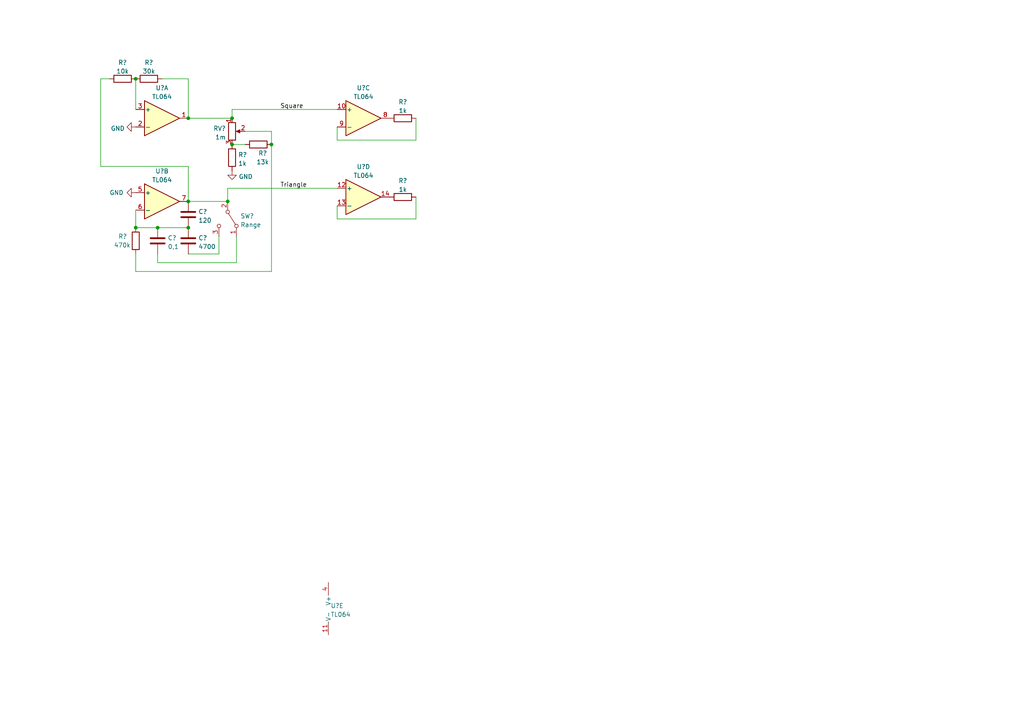
<source format=kicad_sch>
(kicad_sch (version 20211123) (generator eeschema)
  (paper "A4")
  (lib_symbols
    (symbol "Amplifier_Operational:TL064" (pin_names (offset 0.127))
      (property "Reference" "U" (at 0 5.08 0))
      (property "Value" "TL064" (at 0 -5.08 0))
      (symbol "TL064_1_1"
        (polyline (pts (xy -5.08 5.08) (xy 5.08 0) (xy -5.08 -5.08) (xy -5.08 5.08)) (stroke (width 0.254)) (fill (type background)))
        (pin output line (at 7.62 0 180) (length 2.54) (name "~") (number "1"))
        (pin input line (at -7.62 -2.54 0) (length 2.54) (name "-") (number "2"))
        (pin input line (at -7.62 2.54 0) (length 2.54) (name "+") (number "3"))
      )
      (symbol "TL064_2_1"
        (polyline (pts (xy -5.08 5.08) (xy 5.08 0) (xy -5.08 -5.08) (xy -5.08 5.08)) (stroke (width 0.254)) (fill (type background)))
        (pin input line (at -7.62 2.54 0) (length 2.54) (name "+") (number "5"))
        (pin input line (at -7.62 -2.54 0) (length 2.54) (name "-") (number "6"))
        (pin output line (at 7.62 0 180) (length 2.54) (name "~") (number "7"))
      )
      (symbol "TL064_3_1"
        (polyline (pts (xy -5.08 5.08) (xy 5.08 0) (xy -5.08 -5.08) (xy -5.08 5.08)) (stroke (width 0.254)) (fill (type background)))
        (pin input line (at -7.62 2.54 0) (length 2.54) (name "+") (number "10"))
        (pin output line (at 7.62 0 180) (length 2.54) (name "~") (number "8"))
        (pin input line (at -7.62 -2.54 0) (length 2.54) (name "-") (number "9"))
      )
      (symbol "TL064_4_1"
        (polyline (pts (xy -5.08 5.08) (xy 5.08 0) (xy -5.08 -5.08) (xy -5.08 5.08)) (stroke (width 0.254)) (fill (type background)))
        (pin input line (at -7.62 2.54 0) (length 2.54) (name "+") (number "12"))
        (pin input line (at -7.62 -2.54 0) (length 2.54) (name "-") (number "13"))
        (pin output line (at 7.62 0 180) (length 2.54) (name "~") (number "14"))
      )
      (symbol "TL064_5_1"
        (pin power_in line (at -2.54 -7.62 90) (length 3.81) (name "V-") (number "11"))
        (pin power_in line (at -2.54 7.62 270) (length 3.81) (name "V+") (number "4"))
      )
    )
    (symbol "Device:C" (pin_numbers hide) (pin_names (offset 0.254))
      (property "Reference" "C" (at 0.635 2.54 0))
      (property "Value" "C" (at 0.635 -2.54 0))
      (symbol "C_0_1"
        (polyline (pts (xy -2.032 -0.762) (xy 2.032 -0.762)) (stroke (width 0.508)))
        (polyline (pts (xy -2.032 0.762) (xy 2.032 0.762)) (stroke (width 0.508)))
      )
      (symbol "C_1_1"
        (pin passive line (at 0 3.81 270) (length 2.794) (name "~") (number "1"))
        (pin passive line (at 0 -3.81 90) (length 2.794) (name "~") (number "2"))
      )
    )
    (symbol "Device:R" (pin_numbers hide) (pin_names (offset 0))
      (property "Reference" "R" (at 2.032 0 90))
      (property "Value" "R" (at 0 0 90))
      (symbol "R_0_1"
        (rectangle (start -1.016 -2.54) (end 1.016 2.54) (stroke (width 0.254)))
      )
      (symbol "R_1_1"
        (pin passive line (at 0 3.81 270) (length 1.27) (name "~") (number "1"))
        (pin passive line (at 0 -3.81 90) (length 1.27) (name "~") (number "2"))
      )
    )
    (symbol "Device:R_Potentiometer" (pin_names (offset 1.016) hide)
      (property "Reference" "RV" (at -4.445 0 90))
      (property "Value" "R_Potentiometer" (at -2.54 0 90))
      (symbol "R_Potentiometer_0_1"
        (polyline (pts (xy 2.54 0) (xy 1.524 0)))
        (polyline (pts (xy 1.143 0) (xy 2.286 0.508) (xy 2.286 -0.508) (xy 1.143 0)) (fill (type outline)))
        (rectangle (start 1.016 2.54) (end -1.016 -2.54) (stroke (width 0.254)))
      )
      (symbol "R_Potentiometer_1_1"
        (pin passive line (at 0 3.81 270) (length 1.27) (name "1") (number "1"))
        (pin passive line (at 3.81 0 180) (length 1.27) (name "2") (number "2"))
        (pin passive line (at 0 -3.81 90) (length 1.27) (name "3") (number "3"))
      )
    )
    (symbol "Switch:SW_SPDT" (pin_names (offset 0) hide)
      (property "Reference" "SW" (at 0 4.318 0))
      (property "Value" "SW_SPDT" (at 0 -5.08 0))
      (symbol "SW_SPDT_0_0"
        (circle (center -2.032 0) (radius 0.508))
        (circle (center 2.032 -2.54) (radius 0.508))
      )
      (symbol "SW_SPDT_0_1"
        (polyline (pts (xy -1.524 0.254) (xy 1.651 2.286)))
        (circle (center 2.032 2.54) (radius 0.508))
      )
      (symbol "SW_SPDT_1_1"
        (pin passive line (at 5.08 2.54 180) (length 2.54) (name "A") (number "1"))
        (pin passive line (at -5.08 0 0) (length 2.54) (name "B") (number "2"))
        (pin passive line (at 5.08 -2.54 180) (length 2.54) (name "C") (number "3"))
      )
    )
    (symbol "power:GND" (power) (pin_names (offset 0))
      (property "Value" "GND" (at 0 -3.81 0))
      (symbol "GND_0_1"
        (polyline (pts (xy 0 0) (xy 0 -1.27) (xy 1.27 -1.27) (xy 0 -2.54) (xy -1.27 -1.27) (xy 0 -1.27)))
      )
      (symbol "GND_1_1"
        (pin power_in line (at 0 0 270) (length 0) hide (name "GND") (number "1"))
      )
    )
  )
  (junction (at 45.72 66.04))
  (junction (at 66.04 58.42))
  (junction (at 67.31 34.29))
  (junction (at 39.37 22.86))
  (junction (at 39.37 66.04))
  (junction (at 78.74 41.91))
  (junction (at 54.61 34.29))
  (junction (at 54.61 58.42))
  (junction (at 67.31 41.91))
  (junction (at 54.61 66.04))
  (wire (pts (xy 39.37 66.04) (xy 45.72 66.04)))
  (wire (pts (xy 66.04 54.61) (xy 66.04 58.42)))
  (wire (pts (xy 45.72 76.2) (xy 68.58 76.2)))
  (wire (pts (xy 97.79 40.64) (xy 120.65 40.64)))
  (wire (pts (xy 120.65 40.64) (xy 120.65 34.29)))
  (wire (pts (xy 78.74 78.74) (xy 78.74 41.91)))
  (wire (pts (xy 29.21 48.26) (xy 54.61 48.26)))
  (wire (pts (xy 46.99 22.86) (xy 54.61 22.86)))
  (wire (pts (xy 54.61 58.42) (xy 66.04 58.42)))
  (wire (pts (xy 63.5 73.66) (xy 63.5 68.58)))
  (wire (pts (xy 97.79 36.83) (xy 97.79 40.64)))
  (wire (pts (xy 54.61 22.86) (xy 54.61 34.29)))
  (wire (pts (xy 97.79 31.75) (xy 67.31 31.75)))
  (wire (pts (xy 39.37 73.66) (xy 39.37 78.74)))
  (wire (pts (xy 29.21 22.86) (xy 29.21 48.26)))
  (wire (pts (xy 54.61 73.66) (xy 63.5 73.66)))
  (wire (pts (xy 31.75 22.86) (xy 29.21 22.86)))
  (wire (pts (xy 97.79 54.61) (xy 66.04 54.61)))
  (wire (pts (xy 54.61 34.29) (xy 67.31 34.29)))
  (wire (pts (xy 39.37 22.86) (xy 39.37 31.75)))
  (wire (pts (xy 45.72 73.66) (xy 45.72 76.2)))
  (wire (pts (xy 120.65 63.5) (xy 120.65 57.15)))
  (wire (pts (xy 54.61 48.26) (xy 54.61 58.42)))
  (wire (pts (xy 97.79 63.5) (xy 120.65 63.5)))
  (wire (pts (xy 39.37 78.74) (xy 78.74 78.74)))
  (wire (pts (xy 45.72 66.04) (xy 54.61 66.04)))
  (wire (pts (xy 68.58 76.2) (xy 68.58 68.58)))
  (wire (pts (xy 97.79 59.69) (xy 97.79 63.5)))
  (wire (pts (xy 71.12 38.1) (xy 78.74 38.1)))
  (wire (pts (xy 67.31 41.91) (xy 71.12 41.91)))
  (wire (pts (xy 78.74 38.1) (xy 78.74 41.91)))
  (wire (pts (xy 39.37 60.96) (xy 39.37 66.04)))
  (wire (pts (xy 67.31 31.75) (xy 67.31 34.29)))
  (label "Triangle" (at 81.28 54.61 0))
  (label "Square" (at 81.28 31.75 0))
  (symbol (lib_id "Switch:SW_SPDT") (at 66.04 63.5 270) (unit 1)
    (property "Reference" "SW?" (at 69.723 62.6653 90) (effects (justify left)))
    (property "Value" "Range" (at 69.723 65.2022 90) (effects (justify left)))
  )
  (symbol (lib_id "power:GND") (at 67.31 49.53 0) (unit 1)
    (property "Reference" "#PWR?" (effects hide))
    (property "Value" "GND" (at 69.215 51.2338 0) (effects (justify left)))
  )
  (symbol (lib_id "Amplifier_Operational:TL064") (at 105.41 34.29 0) (unit 3)
    (property "Reference" "U?" (at 105.41 25.5102 0))
    (property "Value" "TL064" (at 105.41 28.0471 0))
    (property "Datasheet" "http://www.ti.com/lit/ds/symlink/tl061.pdf" (effects hide))
  )
  (symbol (lib_id "Device:C") (at 45.72 69.85 0) (unit 1)
    (property "Reference" "C?" (at 48.641 69.0153 0) (effects (justify left)))
    (property "Value" "0,1" (at 48.641 71.5522 0) (effects (justify left)))
  )
  (symbol (lib_id "Amplifier_Operational:TL064") (at 105.41 57.15 0) (unit 4)
    (property "Reference" "U?" (at 105.41 48.3702 0))
    (property "Value" "TL064" (at 105.41 50.9071 0))
    (property "Datasheet" "http://www.ti.com/lit/ds/symlink/tl061.pdf" (effects hide))
  )
  (symbol (lib_id "Device:R") (at 35.56 22.86 90) (unit 1)
    (property "Reference" "R?" (at 35.56 18.1442 90))
    (property "Value" "10k" (at 35.56 20.6811 90))
  )
  (symbol (lib_id "Device:R") (at 116.84 34.29 90) (unit 1)
    (property "Reference" "R?" (at 116.84 29.5742 90))
    (property "Value" "1k" (at 116.84 32.1111 90))
  )
  (symbol (lib_id "Device:R") (at 67.31 45.72 180) (unit 1)
    (property "Reference" "R?" (at 69.088 44.8853 0) (effects (justify right)))
    (property "Value" "1k" (at 69.088 47.4222 0) (effects (justify right)))
  )
  (symbol (lib_id "Device:R") (at 39.37 69.85 0) (unit 1)
    (property "Reference" "R?" (at 34.29 68.58 0) (effects (justify left)))
    (property "Value" "470k" (at 33.02 71.12 0) (effects (justify left)))
  )
  (symbol (lib_id "Device:R") (at 74.93 41.91 90) (unit 1)
    (property "Reference" "R?" (at 76.2 44.45 90))
    (property "Value" "13k" (at 76.2 46.99 90))
  )
  (symbol (lib_id "Amplifier_Operational:TL064") (at 46.99 34.29 0) (unit 1)
    (property "Reference" "U?" (at 46.99 25.5102 0))
    (property "Value" "TL064" (at 46.99 28.0471 0))
    (property "Datasheet" "http://www.ti.com/lit/ds/symlink/tl061.pdf" (effects hide))
  )
  (symbol (lib_id "Device:R_Potentiometer") (at 67.31 38.1 0) (unit 1)
    (property "Reference" "RV?" (at 65.5321 37.2653 0) (effects (justify right)))
    (property "Value" "1m" (at 65.5321 39.8022 0) (effects (justify right)))
  )
  (symbol (lib_id "Device:R") (at 116.84 57.15 90) (unit 1)
    (property "Reference" "R?" (at 116.84 52.4342 90))
    (property "Value" "1k" (at 116.84 54.9711 90))
  )
  (symbol (lib_id "power:GND") (at 39.37 36.83 270) (unit 1)
    (property "Reference" "#PWR?" (effects hide))
    (property "Value" "GND" (at 36.1951 37.2638 90) (effects (justify right)))
  )
  (symbol (lib_id "Amplifier_Operational:TL064") (at 97.79 176.53 0) (unit 5)
    (property "Reference" "U?" (at 95.885 175.6953 0) (effects (justify left)))
    (property "Value" "TL064" (at 95.885 178.2322 0) (effects (justify left)))
    (property "Datasheet" "http://www.ti.com/lit/ds/symlink/tl061.pdf" (effects hide))
  )
  (symbol (lib_id "Amplifier_Operational:TL064") (at 46.99 58.42 0) (unit 2)
    (property "Reference" "U?" (at 46.99 49.6402 0))
    (property "Value" "TL064" (at 46.99 52.1771 0))
    (property "Datasheet" "http://www.ti.com/lit/ds/symlink/tl061.pdf" (effects hide))
  )
  (symbol (lib_id "Device:R") (at 43.18 22.86 90) (unit 1)
    (property "Reference" "R?" (at 43.18 18.1442 90))
    (property "Value" "30k" (at 43.18 20.6811 90))
  )
  (symbol (lib_id "Device:C") (at 54.61 69.85 0) (unit 1)
    (property "Reference" "C?" (at 57.531 69.0153 0) (effects (justify left)))
    (property "Value" "4700" (at 57.531 71.5522 0) (effects (justify left)))
  )
  (symbol (lib_id "power:GND") (at 39.37 55.88 270) (unit 1)
    (property "Reference" "#PWR?" (effects hide))
    (property "Value" "GND" (at 31.75 55.88 90) (effects (justify left)))
  )
  (symbol (lib_id "Device:C") (at 54.61 62.23 0) (unit 1)
    (property "Reference" "C?" (at 57.531 61.3953 0) (effects (justify left)))
    (property "Value" "120" (at 57.531 63.9322 0) (effects (justify left)))
  )
)
</source>
